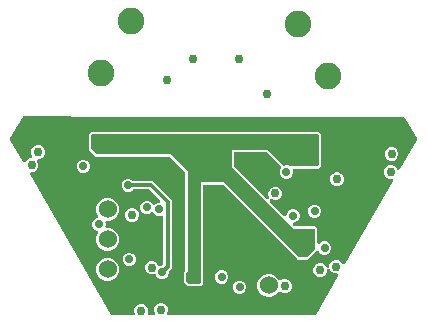
<source format=gbr>
G04 EAGLE Gerber RS-274X export*
G75*
%MOMM*%
%FSLAX34Y34*%
%LPD*%
%INCopper Layer 2*%
%IPPOS*%
%AMOC8*
5,1,8,0,0,1.08239X$1,22.5*%
G01*
%ADD10C,1.524000*%
%ADD11C,2.250000*%
%ADD12C,0.756400*%
%ADD13C,0.706400*%
%ADD14C,0.304800*%

G36*
X-64455Y-14D02*
X-64455Y-14D01*
X-64405Y-16D01*
X-64298Y6D01*
X-64189Y20D01*
X-64142Y38D01*
X-64094Y48D01*
X-63995Y96D01*
X-63893Y137D01*
X-63853Y166D01*
X-63808Y188D01*
X-63725Y259D01*
X-63636Y323D01*
X-63604Y362D01*
X-63566Y394D01*
X-63503Y484D01*
X-63433Y568D01*
X-63412Y613D01*
X-63383Y654D01*
X-63344Y757D01*
X-63297Y856D01*
X-63288Y905D01*
X-63270Y951D01*
X-63258Y1061D01*
X-63238Y1168D01*
X-63241Y1218D01*
X-63235Y1267D01*
X-63251Y1376D01*
X-63257Y1486D01*
X-63273Y1533D01*
X-63280Y1582D01*
X-63332Y1735D01*
X-63776Y2809D01*
X-63776Y5129D01*
X-62889Y7273D01*
X-61248Y8914D01*
X-59104Y9801D01*
X-56784Y9801D01*
X-54640Y8914D01*
X-52999Y7273D01*
X-52111Y5129D01*
X-52111Y2809D01*
X-52556Y1735D01*
X-52569Y1687D01*
X-52590Y1642D01*
X-52611Y1534D01*
X-52640Y1428D01*
X-52641Y1378D01*
X-52650Y1329D01*
X-52643Y1220D01*
X-52645Y1110D01*
X-52633Y1062D01*
X-52630Y1012D01*
X-52596Y908D01*
X-52571Y801D01*
X-52547Y757D01*
X-52532Y710D01*
X-52473Y617D01*
X-52422Y520D01*
X-52389Y483D01*
X-52362Y441D01*
X-52282Y366D01*
X-52208Y284D01*
X-52167Y257D01*
X-52130Y223D01*
X-52034Y170D01*
X-51942Y110D01*
X-51895Y93D01*
X-51852Y69D01*
X-51746Y42D01*
X-51642Y6D01*
X-51592Y2D01*
X-51544Y-10D01*
X-51383Y-20D01*
X-47507Y-20D01*
X-47457Y-14D01*
X-47408Y-16D01*
X-47300Y6D01*
X-47191Y20D01*
X-47145Y38D01*
X-47096Y48D01*
X-46998Y96D01*
X-46896Y137D01*
X-46855Y166D01*
X-46811Y188D01*
X-46727Y259D01*
X-46638Y323D01*
X-46606Y362D01*
X-46569Y394D01*
X-46506Y484D01*
X-46435Y568D01*
X-46414Y613D01*
X-46386Y654D01*
X-46347Y757D01*
X-46300Y856D01*
X-46291Y905D01*
X-46273Y951D01*
X-46261Y1061D01*
X-46240Y1168D01*
X-46243Y1218D01*
X-46238Y1267D01*
X-46253Y1376D01*
X-46260Y1486D01*
X-46275Y1533D01*
X-46282Y1582D01*
X-46334Y1735D01*
X-47108Y3602D01*
X-47108Y5923D01*
X-46220Y8066D01*
X-44579Y9707D01*
X-42435Y10595D01*
X-40115Y10595D01*
X-37971Y9707D01*
X-36330Y8066D01*
X-35442Y5923D01*
X-35442Y3602D01*
X-36216Y1735D01*
X-36229Y1687D01*
X-36250Y1642D01*
X-36271Y1534D01*
X-36300Y1428D01*
X-36301Y1378D01*
X-36310Y1329D01*
X-36303Y1220D01*
X-36305Y1110D01*
X-36293Y1062D01*
X-36290Y1012D01*
X-36256Y908D01*
X-36231Y801D01*
X-36207Y757D01*
X-36192Y710D01*
X-36133Y617D01*
X-36082Y520D01*
X-36049Y483D01*
X-36022Y441D01*
X-35942Y366D01*
X-35868Y284D01*
X-35827Y257D01*
X-35790Y223D01*
X-35694Y170D01*
X-35602Y110D01*
X-35555Y93D01*
X-35512Y69D01*
X-35406Y42D01*
X-35302Y6D01*
X-35252Y2D01*
X-35204Y-10D01*
X-35043Y-20D01*
X88606Y-20D01*
X88711Y-7D01*
X88817Y-3D01*
X88869Y13D01*
X88922Y20D01*
X89020Y58D01*
X89121Y89D01*
X89168Y117D01*
X89218Y137D01*
X89303Y199D01*
X89394Y253D01*
X89431Y292D01*
X89475Y323D01*
X89542Y405D01*
X89616Y480D01*
X89664Y552D01*
X89678Y568D01*
X89684Y582D01*
X89706Y614D01*
X108714Y33538D01*
X108765Y33661D01*
X108822Y33780D01*
X108827Y33807D01*
X108837Y33832D01*
X108856Y33963D01*
X108881Y34093D01*
X108880Y34119D01*
X108884Y34146D01*
X108870Y34278D01*
X108862Y34410D01*
X108853Y34436D01*
X108850Y34462D01*
X108804Y34587D01*
X108764Y34712D01*
X108749Y34735D01*
X108740Y34761D01*
X108664Y34869D01*
X108593Y34981D01*
X108574Y35000D01*
X108558Y35022D01*
X108458Y35108D01*
X108362Y35199D01*
X108338Y35212D01*
X108318Y35230D01*
X108199Y35289D01*
X108083Y35353D01*
X108057Y35359D01*
X108033Y35371D01*
X107903Y35399D01*
X107775Y35432D01*
X107737Y35434D01*
X107722Y35438D01*
X107700Y35437D01*
X107615Y35442D01*
X105996Y35442D01*
X103852Y36330D01*
X102212Y37971D01*
X101937Y38633D01*
X101903Y38694D01*
X101877Y38759D01*
X101824Y38832D01*
X101780Y38910D01*
X101731Y38960D01*
X101690Y39016D01*
X101621Y39074D01*
X101558Y39138D01*
X101499Y39175D01*
X101445Y39219D01*
X101364Y39257D01*
X101287Y39304D01*
X101220Y39325D01*
X101157Y39355D01*
X101069Y39372D01*
X100983Y39398D01*
X100913Y39401D01*
X100845Y39414D01*
X100755Y39409D01*
X100666Y39413D01*
X100597Y39399D01*
X100528Y39395D01*
X100442Y39367D01*
X100354Y39349D01*
X100291Y39318D01*
X100225Y39297D01*
X100149Y39249D01*
X100068Y39209D01*
X100015Y39164D01*
X99956Y39127D01*
X99895Y39061D01*
X99826Y39003D01*
X99786Y38946D01*
X99738Y38895D01*
X99695Y38816D01*
X99643Y38743D01*
X99619Y38677D01*
X99585Y38616D01*
X99563Y38530D01*
X99531Y38445D01*
X99523Y38376D01*
X99505Y38308D01*
X99495Y38148D01*
X99495Y36940D01*
X98607Y34796D01*
X96966Y33155D01*
X94823Y32267D01*
X92502Y32267D01*
X90359Y33155D01*
X88718Y34796D01*
X87830Y36940D01*
X87830Y39260D01*
X88718Y41404D01*
X90359Y43045D01*
X92502Y43933D01*
X94823Y43933D01*
X96966Y43045D01*
X98607Y41404D01*
X98882Y40742D01*
X98916Y40681D01*
X98942Y40616D01*
X98995Y40543D01*
X99039Y40465D01*
X99088Y40415D01*
X99129Y40359D01*
X99198Y40301D01*
X99260Y40237D01*
X99320Y40200D01*
X99374Y40156D01*
X99455Y40118D01*
X99532Y40071D01*
X99598Y40050D01*
X99661Y40020D01*
X99750Y40003D01*
X99835Y39977D01*
X99905Y39974D01*
X99974Y39961D01*
X100063Y39966D01*
X100153Y39962D01*
X100222Y39976D01*
X100291Y39980D01*
X100376Y40008D01*
X100465Y40026D01*
X100527Y40057D01*
X100594Y40078D01*
X100670Y40126D01*
X100750Y40166D01*
X100803Y40211D01*
X100862Y40248D01*
X100924Y40314D01*
X100992Y40372D01*
X101032Y40429D01*
X101080Y40480D01*
X101124Y40559D01*
X101175Y40632D01*
X101200Y40698D01*
X101234Y40759D01*
X101256Y40845D01*
X101288Y40930D01*
X101296Y40999D01*
X101313Y41067D01*
X101324Y41227D01*
X101324Y42435D01*
X102211Y44579D01*
X103852Y46220D01*
X105996Y47108D01*
X108316Y47108D01*
X110460Y46220D01*
X112101Y44579D01*
X112364Y43945D01*
X112392Y43895D01*
X112411Y43843D01*
X112470Y43758D01*
X112521Y43668D01*
X112561Y43628D01*
X112593Y43581D01*
X112671Y43514D01*
X112743Y43440D01*
X112791Y43410D01*
X112833Y43373D01*
X112926Y43327D01*
X113014Y43274D01*
X113068Y43257D01*
X113118Y43232D01*
X113219Y43210D01*
X113318Y43180D01*
X113374Y43177D01*
X113429Y43166D01*
X113532Y43170D01*
X113635Y43165D01*
X113691Y43176D01*
X113747Y43179D01*
X113846Y43208D01*
X113947Y43229D01*
X113997Y43254D01*
X114051Y43270D01*
X114140Y43324D01*
X114232Y43369D01*
X114275Y43405D01*
X114324Y43435D01*
X114396Y43508D01*
X114474Y43575D01*
X114507Y43621D01*
X114546Y43662D01*
X114636Y43796D01*
X154998Y113707D01*
X155049Y113830D01*
X155106Y113949D01*
X155111Y113975D01*
X155121Y114000D01*
X155141Y114132D01*
X155165Y114261D01*
X155164Y114288D01*
X155168Y114315D01*
X155154Y114447D01*
X155146Y114579D01*
X155137Y114604D01*
X155135Y114631D01*
X155088Y114756D01*
X155048Y114881D01*
X155033Y114904D01*
X155024Y114929D01*
X154948Y115038D01*
X154877Y115150D01*
X154858Y115168D01*
X154842Y115191D01*
X154742Y115277D01*
X154646Y115368D01*
X154622Y115381D01*
X154602Y115399D01*
X154483Y115457D01*
X154367Y115521D01*
X154341Y115528D01*
X154317Y115540D01*
X154187Y115568D01*
X154059Y115601D01*
X154021Y115603D01*
X154006Y115606D01*
X153984Y115606D01*
X153899Y115611D01*
X152034Y115611D01*
X149890Y116499D01*
X148249Y118140D01*
X147361Y120284D01*
X147361Y122604D01*
X148249Y124748D01*
X149890Y126389D01*
X152034Y127276D01*
X154354Y127276D01*
X156498Y126389D01*
X158138Y124748D01*
X158504Y123865D01*
X158516Y123845D01*
X158521Y123827D01*
X158537Y123801D01*
X158552Y123763D01*
X158611Y123678D01*
X158662Y123588D01*
X158701Y123548D01*
X158733Y123501D01*
X158811Y123434D01*
X158883Y123360D01*
X158931Y123330D01*
X158974Y123294D01*
X159066Y123248D01*
X159154Y123194D01*
X159208Y123177D01*
X159259Y123152D01*
X159360Y123130D01*
X159458Y123100D01*
X159514Y123097D01*
X159570Y123086D01*
X159673Y123090D01*
X159776Y123085D01*
X159831Y123096D01*
X159887Y123099D01*
X159986Y123128D01*
X160087Y123149D01*
X160138Y123174D01*
X160192Y123190D01*
X160280Y123244D01*
X160373Y123289D01*
X160416Y123325D01*
X160464Y123355D01*
X160534Y123425D01*
X160555Y123441D01*
X160564Y123452D01*
X160615Y123495D01*
X160647Y123541D01*
X160687Y123582D01*
X160751Y123677D01*
X160758Y123686D01*
X160761Y123693D01*
X160776Y123716D01*
X175137Y148590D01*
X175178Y148688D01*
X175227Y148781D01*
X175240Y148834D01*
X175260Y148884D01*
X175276Y148988D01*
X175300Y149091D01*
X175299Y149145D01*
X175307Y149198D01*
X175296Y149303D01*
X175294Y149409D01*
X175279Y149461D01*
X175274Y149514D01*
X175237Y149614D01*
X175209Y149715D01*
X175171Y149792D01*
X175163Y149813D01*
X175154Y149825D01*
X175137Y149860D01*
X165213Y167050D01*
X165153Y167128D01*
X165102Y167212D01*
X165057Y167254D01*
X165020Y167303D01*
X164943Y167364D01*
X164872Y167432D01*
X164819Y167463D01*
X164771Y167501D01*
X164681Y167541D01*
X164596Y167589D01*
X164537Y167605D01*
X164481Y167630D01*
X164384Y167646D01*
X164289Y167672D01*
X164187Y167680D01*
X164167Y167683D01*
X164155Y167682D01*
X164128Y167684D01*
X112471Y168280D01*
X112466Y168280D01*
X112456Y168280D01*
X-117796Y168280D01*
X-117822Y168310D01*
X-117833Y168329D01*
X-117838Y168333D01*
X-117866Y168377D01*
X-117932Y168438D01*
X-117990Y168506D01*
X-118047Y168546D01*
X-118098Y168594D01*
X-118177Y168637D01*
X-118251Y168688D01*
X-118316Y168713D01*
X-118378Y168746D01*
X-118465Y168768D01*
X-118549Y168800D01*
X-118618Y168807D01*
X-118686Y168824D01*
X-118847Y168833D01*
X-157205Y168661D01*
X-157307Y168648D01*
X-157410Y168644D01*
X-157464Y168627D01*
X-157521Y168620D01*
X-157616Y168582D01*
X-157715Y168552D01*
X-157763Y168523D01*
X-157816Y168502D01*
X-157899Y168441D01*
X-157987Y168388D01*
X-158027Y168347D01*
X-158072Y168313D01*
X-158137Y168234D01*
X-158210Y168161D01*
X-158261Y168084D01*
X-158274Y168068D01*
X-158280Y168055D01*
X-158299Y168027D01*
X-168787Y149860D01*
X-168828Y149762D01*
X-168877Y149669D01*
X-168889Y149616D01*
X-168910Y149566D01*
X-168926Y149462D01*
X-168950Y149359D01*
X-168949Y149305D01*
X-168957Y149252D01*
X-168946Y149147D01*
X-168944Y149041D01*
X-168929Y148989D01*
X-168924Y148936D01*
X-168887Y148836D01*
X-168859Y148735D01*
X-168821Y148658D01*
X-168813Y148637D01*
X-168804Y148625D01*
X-168787Y148590D01*
X-158077Y130039D01*
X-158043Y129994D01*
X-158016Y129944D01*
X-157947Y129868D01*
X-157885Y129786D01*
X-157841Y129751D01*
X-157803Y129709D01*
X-157716Y129652D01*
X-157636Y129588D01*
X-157584Y129565D01*
X-157537Y129534D01*
X-157439Y129501D01*
X-157345Y129459D01*
X-157289Y129450D01*
X-157236Y129431D01*
X-157133Y129423D01*
X-157032Y129406D01*
X-156975Y129411D01*
X-156919Y129406D01*
X-156817Y129424D01*
X-156715Y129432D01*
X-156661Y129451D01*
X-156606Y129460D01*
X-156512Y129503D01*
X-156414Y129537D01*
X-156367Y129568D01*
X-156316Y129591D01*
X-156235Y129656D01*
X-156149Y129713D01*
X-156111Y129754D01*
X-156067Y129790D01*
X-156005Y129872D01*
X-155936Y129949D01*
X-155910Y129999D01*
X-155876Y130044D01*
X-155805Y130188D01*
X-155757Y130304D01*
X-154116Y131945D01*
X-151973Y132833D01*
X-151282Y132833D01*
X-151233Y132839D01*
X-151183Y132837D01*
X-151076Y132859D01*
X-150967Y132873D01*
X-150920Y132891D01*
X-150872Y132901D01*
X-150773Y132949D01*
X-150671Y132990D01*
X-150631Y133019D01*
X-150586Y133041D01*
X-150503Y133112D01*
X-150414Y133176D01*
X-150382Y133215D01*
X-150344Y133247D01*
X-150281Y133337D01*
X-150211Y133421D01*
X-150190Y133466D01*
X-150161Y133507D01*
X-150122Y133610D01*
X-150075Y133709D01*
X-150066Y133758D01*
X-150048Y133804D01*
X-150036Y133914D01*
X-150015Y134021D01*
X-150019Y134071D01*
X-150013Y134120D01*
X-150028Y134229D01*
X-150035Y134339D01*
X-150051Y134386D01*
X-150057Y134435D01*
X-150110Y134588D01*
X-151089Y136952D01*
X-151089Y139273D01*
X-150201Y141416D01*
X-148560Y143057D01*
X-146416Y143945D01*
X-144096Y143945D01*
X-141952Y143057D01*
X-140311Y141416D01*
X-139424Y139273D01*
X-139424Y136952D01*
X-140311Y134809D01*
X-141952Y133168D01*
X-144096Y132280D01*
X-144787Y132280D01*
X-144836Y132274D01*
X-144886Y132276D01*
X-144993Y132254D01*
X-145102Y132240D01*
X-145148Y132222D01*
X-145197Y132212D01*
X-145296Y132163D01*
X-145398Y132123D01*
X-145438Y132094D01*
X-145483Y132072D01*
X-145566Y132001D01*
X-145655Y131936D01*
X-145687Y131898D01*
X-145725Y131866D01*
X-145788Y131776D01*
X-145858Y131691D01*
X-145879Y131646D01*
X-145908Y131605D01*
X-145947Y131503D01*
X-145994Y131403D01*
X-146003Y131355D01*
X-146020Y131308D01*
X-146033Y131199D01*
X-146053Y131091D01*
X-146050Y131042D01*
X-146056Y130992D01*
X-146040Y130883D01*
X-146034Y130774D01*
X-146018Y130726D01*
X-146011Y130677D01*
X-145959Y130525D01*
X-144980Y128160D01*
X-144980Y125840D01*
X-145868Y123696D01*
X-147509Y122055D01*
X-149652Y121167D01*
X-150756Y121167D01*
X-150888Y121151D01*
X-151020Y121140D01*
X-151045Y121131D01*
X-151072Y121127D01*
X-151195Y121079D01*
X-151320Y121035D01*
X-151343Y121020D01*
X-151368Y121010D01*
X-151475Y120933D01*
X-151585Y120859D01*
X-151603Y120839D01*
X-151625Y120824D01*
X-151710Y120722D01*
X-151798Y120623D01*
X-151811Y120599D01*
X-151828Y120579D01*
X-151884Y120459D01*
X-151946Y120342D01*
X-151952Y120315D01*
X-151963Y120291D01*
X-151988Y120161D01*
X-152019Y120032D01*
X-152018Y120005D01*
X-152023Y119979D01*
X-152015Y119846D01*
X-152012Y119714D01*
X-152005Y119688D01*
X-152003Y119661D01*
X-151963Y119535D01*
X-151927Y119408D01*
X-151910Y119373D01*
X-151905Y119359D01*
X-151894Y119340D01*
X-151856Y119263D01*
X-83356Y614D01*
X-83292Y530D01*
X-83235Y441D01*
X-83196Y404D01*
X-83163Y361D01*
X-83081Y295D01*
X-83004Y223D01*
X-82956Y197D01*
X-82914Y163D01*
X-82818Y120D01*
X-82725Y69D01*
X-82673Y56D01*
X-82624Y34D01*
X-82519Y16D01*
X-82417Y-10D01*
X-82332Y-16D01*
X-82310Y-19D01*
X-82295Y-18D01*
X-82256Y-20D01*
X-64504Y-20D01*
X-64455Y-14D01*
G37*
%LPC*%
G36*
X-18733Y24715D02*
X-18733Y24715D01*
X-22117Y28098D01*
X-22117Y36195D01*
X-20901Y37411D01*
X-20840Y37489D01*
X-20772Y37561D01*
X-20743Y37614D01*
X-20706Y37662D01*
X-20667Y37753D01*
X-20619Y37840D01*
X-20604Y37898D01*
X-20580Y37954D01*
X-20564Y38052D01*
X-20539Y38148D01*
X-20533Y38248D01*
X-20530Y38268D01*
X-20531Y38281D01*
X-20529Y38309D01*
X-20529Y120441D01*
X-20542Y120540D01*
X-20545Y120639D01*
X-20561Y120697D01*
X-20569Y120757D01*
X-20606Y120849D01*
X-20633Y120944D01*
X-20664Y120996D01*
X-20686Y121053D01*
X-20744Y121133D01*
X-20795Y121218D01*
X-20861Y121294D01*
X-20873Y121310D01*
X-20882Y121318D01*
X-20901Y121339D01*
X-33442Y133880D01*
X-33521Y133941D01*
X-33593Y134009D01*
X-33646Y134038D01*
X-33694Y134075D01*
X-33785Y134115D01*
X-33871Y134162D01*
X-33930Y134177D01*
X-33985Y134202D01*
X-34083Y134217D01*
X-34179Y134242D01*
X-34279Y134248D01*
X-34300Y134251D01*
X-34312Y134250D01*
X-34340Y134252D01*
X-96520Y134252D01*
X-102285Y140017D01*
X-102285Y153670D01*
X-100489Y155467D01*
X92552Y155467D01*
X94348Y153670D01*
X94348Y126523D01*
X93926Y126101D01*
X91758Y123933D01*
X71782Y123933D01*
X71731Y123927D01*
X71680Y123929D01*
X71574Y123907D01*
X71467Y123893D01*
X71419Y123874D01*
X71368Y123864D01*
X71271Y123816D01*
X71171Y123776D01*
X71129Y123746D01*
X71083Y123723D01*
X71001Y123653D01*
X70914Y123590D01*
X70881Y123550D01*
X70842Y123516D01*
X70780Y123428D01*
X70711Y123345D01*
X70689Y123298D01*
X70659Y123256D01*
X70621Y123154D01*
X70575Y123057D01*
X70566Y123006D01*
X70548Y122958D01*
X70536Y122850D01*
X70533Y122836D01*
X70528Y122814D01*
X70527Y122803D01*
X70516Y122745D01*
X70519Y122693D01*
X70513Y122642D01*
X70517Y122613D01*
X70517Y120180D01*
X69667Y118128D01*
X68097Y116558D01*
X66045Y115708D01*
X63824Y115708D01*
X61772Y116558D01*
X60202Y118128D01*
X59352Y120180D01*
X59352Y122401D01*
X60238Y124542D01*
X60253Y124560D01*
X60300Y124670D01*
X60355Y124776D01*
X60363Y124815D01*
X60379Y124852D01*
X60398Y124970D01*
X60424Y125087D01*
X60423Y125127D01*
X60429Y125166D01*
X60418Y125285D01*
X60415Y125404D01*
X60403Y125443D01*
X60400Y125483D01*
X60359Y125596D01*
X60326Y125710D01*
X60306Y125744D01*
X60292Y125782D01*
X60225Y125881D01*
X60165Y125984D01*
X60125Y126029D01*
X60114Y126046D01*
X60098Y126059D01*
X60058Y126105D01*
X48314Y137849D01*
X48236Y137910D01*
X48164Y137978D01*
X48111Y138007D01*
X48063Y138044D01*
X47972Y138083D01*
X47885Y138131D01*
X47827Y138146D01*
X47771Y138170D01*
X47673Y138186D01*
X47577Y138211D01*
X47477Y138217D01*
X47457Y138220D01*
X47444Y138219D01*
X47416Y138221D01*
X21798Y138221D01*
X21680Y138206D01*
X21562Y138198D01*
X21523Y138186D01*
X21483Y138181D01*
X21372Y138137D01*
X21259Y138100D01*
X21225Y138079D01*
X21187Y138064D01*
X21091Y137994D01*
X20990Y137930D01*
X20963Y137901D01*
X20930Y137877D01*
X20854Y137785D01*
X20772Y137699D01*
X20753Y137663D01*
X20727Y137632D01*
X20676Y137524D01*
X20619Y137420D01*
X20609Y137381D01*
X20592Y137344D01*
X20569Y137228D01*
X20539Y137112D01*
X20536Y137052D01*
X20532Y137032D01*
X20533Y137012D01*
X20529Y136952D01*
X20529Y127209D01*
X20542Y127110D01*
X20545Y127011D01*
X20561Y126953D01*
X20569Y126893D01*
X20606Y126801D01*
X20633Y126706D01*
X20664Y126654D01*
X20686Y126597D01*
X20744Y126517D01*
X20795Y126432D01*
X20861Y126356D01*
X20873Y126340D01*
X20882Y126332D01*
X20901Y126311D01*
X48432Y98780D01*
X48487Y98738D01*
X48535Y98687D01*
X48612Y98641D01*
X48683Y98585D01*
X48747Y98558D01*
X48806Y98521D01*
X48892Y98495D01*
X48975Y98459D01*
X49044Y98448D01*
X49110Y98428D01*
X49200Y98423D01*
X49289Y98409D01*
X49358Y98416D01*
X49428Y98413D01*
X49516Y98431D01*
X49605Y98439D01*
X49671Y98463D01*
X49739Y98477D01*
X49820Y98516D01*
X49905Y98547D01*
X49962Y98586D01*
X50025Y98617D01*
X50094Y98675D01*
X50168Y98725D01*
X50214Y98778D01*
X50267Y98823D01*
X50319Y98896D01*
X50378Y98964D01*
X50410Y99026D01*
X50450Y99083D01*
X50482Y99167D01*
X50523Y99247D01*
X50538Y99315D01*
X50563Y99380D01*
X50573Y99470D01*
X50593Y99557D01*
X50590Y99627D01*
X50598Y99696D01*
X50586Y99785D01*
X50583Y99875D01*
X50564Y99942D01*
X50554Y100011D01*
X50502Y100164D01*
X49730Y102027D01*
X49730Y104348D01*
X50618Y106491D01*
X52259Y108132D01*
X54402Y109020D01*
X56723Y109020D01*
X58866Y108132D01*
X60507Y106491D01*
X61395Y104348D01*
X61395Y102027D01*
X60507Y99884D01*
X58866Y98243D01*
X56723Y97355D01*
X54402Y97355D01*
X52539Y98127D01*
X52471Y98145D01*
X52407Y98173D01*
X52318Y98187D01*
X52232Y98211D01*
X52162Y98212D01*
X52093Y98223D01*
X52004Y98214D01*
X51914Y98216D01*
X51846Y98199D01*
X51777Y98193D01*
X51692Y98163D01*
X51605Y98142D01*
X51543Y98109D01*
X51477Y98085D01*
X51403Y98035D01*
X51324Y97993D01*
X51272Y97946D01*
X51214Y97907D01*
X51155Y97839D01*
X51088Y97779D01*
X51050Y97721D01*
X51004Y97668D01*
X50963Y97588D01*
X50913Y97513D01*
X50891Y97447D01*
X50859Y97385D01*
X50839Y97297D01*
X50810Y97212D01*
X50805Y97143D01*
X50789Y97075D01*
X50792Y96985D01*
X50785Y96895D01*
X50797Y96827D01*
X50799Y96757D01*
X50824Y96671D01*
X50839Y96582D01*
X50868Y96518D01*
X50887Y96451D01*
X50933Y96374D01*
X50970Y96292D01*
X51013Y96238D01*
X51049Y96177D01*
X51155Y96057D01*
X62894Y84318D01*
X63004Y84232D01*
X63111Y84144D01*
X63130Y84135D01*
X63146Y84123D01*
X63274Y84067D01*
X63399Y84008D01*
X63419Y84005D01*
X63437Y83996D01*
X63575Y83975D01*
X63711Y83949D01*
X63731Y83950D01*
X63751Y83947D01*
X63891Y83960D01*
X64029Y83968D01*
X64048Y83975D01*
X64068Y83976D01*
X64199Y84024D01*
X64331Y84066D01*
X64348Y84077D01*
X64367Y84084D01*
X64482Y84162D01*
X64600Y84236D01*
X64614Y84251D01*
X64631Y84263D01*
X64722Y84367D01*
X64818Y84468D01*
X64828Y84486D01*
X64841Y84501D01*
X64904Y84625D01*
X64971Y84747D01*
X64976Y84766D01*
X64986Y84784D01*
X65016Y84920D01*
X65051Y85055D01*
X65053Y85083D01*
X65055Y85095D01*
X65055Y85115D01*
X65061Y85215D01*
X65061Y85248D01*
X65911Y87300D01*
X67481Y88870D01*
X69533Y89720D01*
X71754Y89720D01*
X73806Y88870D01*
X75377Y87300D01*
X76226Y85248D01*
X76226Y83027D01*
X75377Y80975D01*
X73806Y79405D01*
X71754Y78555D01*
X71721Y78555D01*
X71583Y78537D01*
X71445Y78524D01*
X71426Y78517D01*
X71406Y78515D01*
X71276Y78464D01*
X71146Y78417D01*
X71129Y78405D01*
X71110Y78398D01*
X70998Y78316D01*
X70883Y78238D01*
X70869Y78223D01*
X70853Y78211D01*
X70764Y78104D01*
X70672Y78000D01*
X70663Y77982D01*
X70650Y77966D01*
X70591Y77840D01*
X70528Y77716D01*
X70523Y77697D01*
X70515Y77678D01*
X70488Y77542D01*
X70458Y77406D01*
X70459Y77386D01*
X70455Y77366D01*
X70463Y77228D01*
X70468Y77088D01*
X70473Y77069D01*
X70475Y77049D01*
X70517Y76917D01*
X70556Y76783D01*
X70566Y76765D01*
X70573Y76746D01*
X70647Y76629D01*
X70718Y76509D01*
X70736Y76488D01*
X70743Y76477D01*
X70758Y76463D01*
X70824Y76388D01*
X71542Y75670D01*
X71620Y75609D01*
X71693Y75541D01*
X71746Y75512D01*
X71794Y75475D01*
X71884Y75435D01*
X71971Y75388D01*
X72030Y75373D01*
X72085Y75348D01*
X72183Y75333D01*
X72279Y75308D01*
X72379Y75302D01*
X72400Y75299D01*
X72412Y75300D01*
X72440Y75298D01*
X89377Y75298D01*
X91173Y73502D01*
X91173Y61729D01*
X91190Y61591D01*
X91203Y61452D01*
X91210Y61433D01*
X91213Y61413D01*
X91264Y61284D01*
X91311Y61153D01*
X91322Y61136D01*
X91330Y61117D01*
X91411Y61005D01*
X91490Y60890D01*
X91505Y60876D01*
X91517Y60860D01*
X91624Y60771D01*
X91728Y60679D01*
X91746Y60670D01*
X91762Y60657D01*
X91887Y60598D01*
X92011Y60535D01*
X92031Y60530D01*
X92049Y60522D01*
X92186Y60496D01*
X92322Y60465D01*
X92342Y60466D01*
X92362Y60462D01*
X92500Y60470D01*
X92639Y60475D01*
X92659Y60480D01*
X92679Y60482D01*
X92811Y60524D01*
X92945Y60563D01*
X92962Y60573D01*
X92982Y60580D01*
X93099Y60654D01*
X93219Y60725D01*
X93240Y60743D01*
X93250Y60750D01*
X93264Y60765D01*
X93340Y60831D01*
X94168Y61659D01*
X96220Y62509D01*
X98441Y62509D01*
X100493Y61659D01*
X102063Y60089D01*
X102913Y58037D01*
X102913Y55816D01*
X102063Y53764D01*
X100493Y52194D01*
X98441Y51344D01*
X96220Y51344D01*
X94168Y52194D01*
X92598Y53764D01*
X92520Y53951D01*
X92496Y53994D01*
X92479Y54041D01*
X92417Y54132D01*
X92363Y54227D01*
X92328Y54263D01*
X92300Y54304D01*
X92218Y54377D01*
X92141Y54456D01*
X92099Y54482D01*
X92062Y54515D01*
X91964Y54565D01*
X91870Y54622D01*
X91823Y54637D01*
X91778Y54659D01*
X91671Y54683D01*
X91566Y54716D01*
X91517Y54718D01*
X91468Y54729D01*
X91358Y54726D01*
X91249Y54731D01*
X91200Y54721D01*
X91150Y54719D01*
X91045Y54689D01*
X90937Y54667D01*
X90892Y54645D01*
X90845Y54631D01*
X90750Y54575D01*
X90651Y54527D01*
X90614Y54495D01*
X90571Y54469D01*
X90450Y54363D01*
X85195Y49108D01*
X83027Y46940D01*
X74930Y46940D01*
X11801Y110068D01*
X11723Y110128D01*
X11651Y110196D01*
X11598Y110226D01*
X11550Y110263D01*
X11459Y110302D01*
X11373Y110350D01*
X11314Y110365D01*
X11258Y110389D01*
X11160Y110405D01*
X11065Y110429D01*
X10965Y110436D01*
X10944Y110439D01*
X10932Y110438D01*
X10904Y110440D01*
X-4395Y110440D01*
X-4513Y110425D01*
X-4632Y110417D01*
X-4671Y110405D01*
X-4711Y110400D01*
X-4822Y110356D01*
X-4935Y110319D01*
X-4969Y110298D01*
X-5006Y110283D01*
X-5103Y110213D01*
X-5203Y110149D01*
X-5231Y110120D01*
X-5264Y110096D01*
X-5340Y110004D01*
X-5421Y109917D01*
X-5441Y109882D01*
X-5467Y109851D01*
X-5517Y109743D01*
X-5575Y109639D01*
X-5585Y109600D01*
X-5602Y109563D01*
X-5625Y109446D01*
X-5654Y109331D01*
X-5658Y109271D01*
X-5662Y109251D01*
X-5661Y109230D01*
X-5661Y109218D01*
X-5662Y109216D01*
X-5662Y109213D01*
X-5665Y109170D01*
X-5665Y26511D01*
X-7461Y24715D01*
X-18733Y24715D01*
G37*
%LPD*%
G36*
X-8673Y26774D02*
X-8673Y26774D01*
X-8615Y26773D01*
X-8533Y26794D01*
X-8450Y26806D01*
X-8396Y26830D01*
X-8340Y26845D01*
X-8267Y26888D01*
X-8190Y26922D01*
X-8146Y26960D01*
X-8095Y26990D01*
X-8038Y27051D01*
X-7973Y27106D01*
X-7941Y27154D01*
X-7901Y27197D01*
X-7863Y27272D01*
X-7816Y27342D01*
X-7798Y27398D01*
X-7772Y27450D01*
X-7760Y27518D01*
X-7730Y27613D01*
X-7727Y27713D01*
X-7716Y27781D01*
X-7716Y112491D01*
X12280Y112491D01*
X75482Y49288D01*
X75552Y49236D01*
X75616Y49176D01*
X75665Y49151D01*
X75709Y49117D01*
X75791Y49086D01*
X75869Y49047D01*
X75917Y49039D01*
X75975Y49016D01*
X76123Y49004D01*
X76200Y48991D01*
X81756Y48991D01*
X81843Y49003D01*
X81930Y49006D01*
X81983Y49023D01*
X82038Y49031D01*
X82118Y49067D01*
X82201Y49094D01*
X82240Y49122D01*
X82297Y49147D01*
X82410Y49243D01*
X82474Y49288D01*
X88824Y55638D01*
X88877Y55708D01*
X88937Y55772D01*
X88962Y55821D01*
X88995Y55866D01*
X89026Y55947D01*
X89066Y56025D01*
X89074Y56073D01*
X89096Y56131D01*
X89109Y56279D01*
X89122Y56356D01*
X89122Y72231D01*
X89113Y72289D01*
X89115Y72348D01*
X89094Y72429D01*
X89082Y72513D01*
X89058Y72566D01*
X89043Y72623D01*
X89000Y72695D01*
X88965Y72772D01*
X88928Y72817D01*
X88898Y72867D01*
X88836Y72925D01*
X88782Y72989D01*
X88733Y73022D01*
X88690Y73062D01*
X88615Y73100D01*
X88545Y73147D01*
X88489Y73164D01*
X88437Y73191D01*
X88369Y73202D01*
X88274Y73233D01*
X88174Y73235D01*
X88106Y73247D01*
X71064Y73247D01*
X18478Y125833D01*
X18478Y140272D01*
X48792Y140272D01*
X62189Y126875D01*
X62191Y126874D01*
X62192Y126873D01*
X62304Y126788D01*
X62417Y126704D01*
X62418Y126703D01*
X62419Y126702D01*
X62553Y126652D01*
X62682Y126603D01*
X62684Y126603D01*
X62685Y126602D01*
X62830Y126590D01*
X62966Y126579D01*
X62967Y126579D01*
X62969Y126579D01*
X62984Y126583D01*
X63244Y126635D01*
X63271Y126649D01*
X63296Y126655D01*
X63824Y126874D01*
X66045Y126874D01*
X68004Y126062D01*
X68034Y126054D01*
X68062Y126040D01*
X68139Y126027D01*
X68279Y125991D01*
X68344Y125993D01*
X68393Y125985D01*
X90488Y125985D01*
X90574Y125997D01*
X90662Y126000D01*
X90714Y126017D01*
X90769Y126025D01*
X90849Y126060D01*
X90932Y126087D01*
X90971Y126115D01*
X91028Y126141D01*
X91142Y126237D01*
X91205Y126282D01*
X91999Y127076D01*
X92052Y127146D01*
X92112Y127210D01*
X92137Y127259D01*
X92170Y127303D01*
X92201Y127385D01*
X92241Y127463D01*
X92249Y127510D01*
X92271Y127569D01*
X92284Y127716D01*
X92297Y127794D01*
X92297Y152400D01*
X92289Y152455D01*
X92290Y152498D01*
X92289Y152499D01*
X92290Y152516D01*
X92269Y152598D01*
X92257Y152682D01*
X92233Y152735D01*
X92218Y152791D01*
X92175Y152864D01*
X92140Y152941D01*
X92103Y152986D01*
X92073Y153036D01*
X92011Y153094D01*
X91957Y153158D01*
X91908Y153190D01*
X91865Y153230D01*
X91790Y153269D01*
X91720Y153316D01*
X91664Y153333D01*
X91612Y153360D01*
X91544Y153371D01*
X91449Y153401D01*
X91349Y153404D01*
X91281Y153415D01*
X-99219Y153415D01*
X-99277Y153407D01*
X-99335Y153409D01*
X-99417Y153387D01*
X-99500Y153375D01*
X-99554Y153352D01*
X-99610Y153337D01*
X-99683Y153294D01*
X-99760Y153259D01*
X-99804Y153221D01*
X-99855Y153192D01*
X-99912Y153130D01*
X-99977Y153076D01*
X-100009Y153027D01*
X-100049Y152984D01*
X-100088Y152909D01*
X-100134Y152839D01*
X-100152Y152783D01*
X-100179Y152731D01*
X-100190Y152663D01*
X-100220Y152568D01*
X-100223Y152468D01*
X-100234Y152400D01*
X-100234Y141288D01*
X-100222Y141201D01*
X-100219Y141113D01*
X-100202Y141061D01*
X-100194Y141006D01*
X-100158Y140926D01*
X-100132Y140843D01*
X-100104Y140804D01*
X-100078Y140747D01*
X-99982Y140633D01*
X-99937Y140570D01*
X-95968Y136601D01*
X-95898Y136548D01*
X-95834Y136488D01*
X-95785Y136463D01*
X-95741Y136430D01*
X-95659Y136399D01*
X-95581Y136359D01*
X-95534Y136351D01*
X-95475Y136329D01*
X-95327Y136316D01*
X-95250Y136304D01*
X-32964Y136304D01*
X-18478Y121817D01*
X-18478Y36933D01*
X-19768Y35643D01*
X-19820Y35573D01*
X-19880Y35509D01*
X-19906Y35460D01*
X-19939Y35416D01*
X-19970Y35334D01*
X-20010Y35256D01*
X-20018Y35209D01*
X-20040Y35150D01*
X-20047Y35071D01*
X-20051Y35056D01*
X-20053Y35000D01*
X-20065Y34925D01*
X-20065Y29369D01*
X-20053Y29282D01*
X-20050Y29195D01*
X-20033Y29142D01*
X-20025Y29087D01*
X-19990Y29007D01*
X-19963Y28924D01*
X-19935Y28885D01*
X-19909Y28828D01*
X-19813Y28715D01*
X-19768Y28651D01*
X-18180Y27063D01*
X-18111Y27011D01*
X-18047Y26951D01*
X-17997Y26926D01*
X-17953Y26892D01*
X-17872Y26861D01*
X-17794Y26822D01*
X-17746Y26814D01*
X-17688Y26791D01*
X-17540Y26779D01*
X-17463Y26766D01*
X-8731Y26766D01*
X-8673Y26774D01*
G37*
%LPC*%
G36*
X-41592Y30930D02*
X-41592Y30930D01*
X-43644Y31780D01*
X-45214Y33350D01*
X-45586Y34247D01*
X-45645Y34351D01*
X-45697Y34457D01*
X-45723Y34488D01*
X-45743Y34523D01*
X-45826Y34609D01*
X-45903Y34699D01*
X-45936Y34723D01*
X-45964Y34752D01*
X-46066Y34814D01*
X-46163Y34882D01*
X-46201Y34897D01*
X-46235Y34918D01*
X-46349Y34953D01*
X-46461Y34995D01*
X-46501Y35000D01*
X-46539Y35012D01*
X-46658Y35017D01*
X-46777Y35030D01*
X-46817Y35025D01*
X-46857Y35027D01*
X-46974Y35003D01*
X-47092Y34986D01*
X-47149Y34966D01*
X-47169Y34962D01*
X-47187Y34953D01*
X-47244Y34934D01*
X-48052Y34599D01*
X-50373Y34599D01*
X-52516Y35487D01*
X-54157Y37128D01*
X-55045Y39272D01*
X-55045Y41592D01*
X-54157Y43736D01*
X-52516Y45377D01*
X-50373Y46264D01*
X-48052Y46264D01*
X-45909Y45377D01*
X-44268Y43736D01*
X-43782Y42562D01*
X-43723Y42458D01*
X-43670Y42352D01*
X-43644Y42321D01*
X-43624Y42286D01*
X-43541Y42200D01*
X-43464Y42110D01*
X-43431Y42086D01*
X-43403Y42057D01*
X-43301Y41995D01*
X-43204Y41927D01*
X-43166Y41912D01*
X-43132Y41891D01*
X-43018Y41856D01*
X-42907Y41814D01*
X-42866Y41809D01*
X-42828Y41797D01*
X-42709Y41792D01*
X-42590Y41779D01*
X-42550Y41784D01*
X-42510Y41782D01*
X-42393Y41806D01*
X-42276Y41823D01*
X-42219Y41842D01*
X-42199Y41847D01*
X-42180Y41856D01*
X-42123Y41875D01*
X-41592Y42095D01*
X-40563Y42095D01*
X-40445Y42110D01*
X-40326Y42118D01*
X-40287Y42130D01*
X-40247Y42135D01*
X-40136Y42179D01*
X-40023Y42216D01*
X-39989Y42237D01*
X-39952Y42252D01*
X-39855Y42322D01*
X-39755Y42386D01*
X-39727Y42415D01*
X-39694Y42439D01*
X-39618Y42531D01*
X-39537Y42617D01*
X-39517Y42653D01*
X-39491Y42684D01*
X-39441Y42792D01*
X-39383Y42896D01*
X-39373Y42935D01*
X-39356Y42972D01*
X-39333Y43088D01*
X-39304Y43204D01*
X-39300Y43264D01*
X-39296Y43284D01*
X-39297Y43304D01*
X-39293Y43364D01*
X-39293Y83230D01*
X-39300Y83279D01*
X-39297Y83329D01*
X-39320Y83436D01*
X-39333Y83545D01*
X-39352Y83592D01*
X-39362Y83640D01*
X-39410Y83739D01*
X-39450Y83841D01*
X-39480Y83881D01*
X-39501Y83926D01*
X-39573Y84010D01*
X-39637Y84098D01*
X-39676Y84130D01*
X-39708Y84168D01*
X-39797Y84231D01*
X-39882Y84301D01*
X-39927Y84322D01*
X-39968Y84351D01*
X-40071Y84390D01*
X-40170Y84437D01*
X-40219Y84446D01*
X-40265Y84464D01*
X-40375Y84476D01*
X-40482Y84497D01*
X-40532Y84493D01*
X-40581Y84499D01*
X-40690Y84484D01*
X-40800Y84477D01*
X-40847Y84461D01*
X-40896Y84455D01*
X-41048Y84402D01*
X-41752Y84111D01*
X-43973Y84111D01*
X-46025Y84961D01*
X-47606Y86542D01*
X-47608Y86545D01*
X-47625Y86592D01*
X-47686Y86683D01*
X-47741Y86778D01*
X-47775Y86814D01*
X-47803Y86855D01*
X-47885Y86928D01*
X-47962Y87007D01*
X-48005Y87033D01*
X-48042Y87066D01*
X-48139Y87116D01*
X-48233Y87173D01*
X-48281Y87188D01*
X-48325Y87210D01*
X-48432Y87234D01*
X-48537Y87267D01*
X-48587Y87269D01*
X-48635Y87280D01*
X-48745Y87277D01*
X-48855Y87282D01*
X-48904Y87272D01*
X-48953Y87270D01*
X-49058Y87240D01*
X-49166Y87218D01*
X-49211Y87196D01*
X-49259Y87182D01*
X-49353Y87126D01*
X-49452Y87078D01*
X-49490Y87046D01*
X-49533Y87020D01*
X-49653Y86914D01*
X-50019Y86548D01*
X-52071Y85699D01*
X-54292Y85699D01*
X-56344Y86548D01*
X-57914Y88119D01*
X-58764Y90171D01*
X-58764Y92392D01*
X-57914Y94444D01*
X-56344Y96014D01*
X-54292Y96864D01*
X-52071Y96864D01*
X-50019Y96014D01*
X-48438Y94433D01*
X-48436Y94430D01*
X-48419Y94383D01*
X-48357Y94292D01*
X-48303Y94197D01*
X-48268Y94161D01*
X-48240Y94120D01*
X-48158Y94047D01*
X-48082Y93968D01*
X-48039Y93942D01*
X-48002Y93909D01*
X-47904Y93859D01*
X-47811Y93802D01*
X-47763Y93787D01*
X-47719Y93765D01*
X-47612Y93741D01*
X-47507Y93708D01*
X-47457Y93706D01*
X-47409Y93695D01*
X-47299Y93698D01*
X-47189Y93693D01*
X-47140Y93703D01*
X-47091Y93705D01*
X-46985Y93735D01*
X-46878Y93757D01*
X-46833Y93779D01*
X-46785Y93793D01*
X-46690Y93849D01*
X-46592Y93897D01*
X-46554Y93929D01*
X-46511Y93955D01*
X-46390Y94061D01*
X-46025Y94427D01*
X-43973Y95276D01*
X-43071Y95276D01*
X-42934Y95294D01*
X-42795Y95307D01*
X-42776Y95314D01*
X-42756Y95316D01*
X-42627Y95367D01*
X-42496Y95415D01*
X-42479Y95426D01*
X-42460Y95433D01*
X-42348Y95515D01*
X-42232Y95593D01*
X-42219Y95608D01*
X-42203Y95620D01*
X-42114Y95727D01*
X-42022Y95832D01*
X-42013Y95850D01*
X-42000Y95865D01*
X-41941Y95991D01*
X-41877Y96115D01*
X-41873Y96135D01*
X-41864Y96153D01*
X-41838Y96289D01*
X-41808Y96425D01*
X-41808Y96445D01*
X-41804Y96465D01*
X-41813Y96604D01*
X-41817Y96743D01*
X-41823Y96762D01*
X-41824Y96783D01*
X-41867Y96915D01*
X-41906Y97048D01*
X-41916Y97066D01*
X-41922Y97085D01*
X-41997Y97203D01*
X-42067Y97322D01*
X-42086Y97343D01*
X-42092Y97354D01*
X-42107Y97368D01*
X-42174Y97443D01*
X-50939Y106209D01*
X-51017Y106269D01*
X-51089Y106337D01*
X-51142Y106366D01*
X-51190Y106404D01*
X-51281Y106443D01*
X-51368Y106491D01*
X-51427Y106506D01*
X-51482Y106530D01*
X-51580Y106545D01*
X-51676Y106570D01*
X-51776Y106577D01*
X-51796Y106580D01*
X-51809Y106579D01*
X-51837Y106580D01*
X-64210Y106580D01*
X-64308Y106568D01*
X-64407Y106565D01*
X-64465Y106548D01*
X-64526Y106541D01*
X-64618Y106504D01*
X-64713Y106477D01*
X-64765Y106446D01*
X-64821Y106424D01*
X-64901Y106365D01*
X-64987Y106315D01*
X-65062Y106249D01*
X-65079Y106237D01*
X-65086Y106227D01*
X-65108Y106209D01*
X-65894Y105422D01*
X-67946Y104572D01*
X-70167Y104572D01*
X-72219Y105422D01*
X-73789Y106993D01*
X-74639Y109045D01*
X-74639Y111266D01*
X-73789Y113317D01*
X-72219Y114888D01*
X-70167Y115738D01*
X-67946Y115738D01*
X-65894Y114888D01*
X-65108Y114102D01*
X-65029Y114041D01*
X-64957Y113973D01*
X-64904Y113944D01*
X-64856Y113907D01*
X-64765Y113867D01*
X-64679Y113820D01*
X-64620Y113804D01*
X-64564Y113780D01*
X-64466Y113765D01*
X-64371Y113740D01*
X-64271Y113734D01*
X-64250Y113730D01*
X-64238Y113732D01*
X-64210Y113730D01*
X-48349Y113730D01*
X-32144Y97524D01*
X-32144Y39794D01*
X-34527Y37412D01*
X-34587Y37333D01*
X-34655Y37261D01*
X-34685Y37208D01*
X-34722Y37160D01*
X-34761Y37069D01*
X-34809Y36983D01*
X-34824Y36924D01*
X-34848Y36868D01*
X-34864Y36770D01*
X-34888Y36675D01*
X-34895Y36575D01*
X-34898Y36554D01*
X-34897Y36542D01*
X-34899Y36514D01*
X-34899Y35402D01*
X-35748Y33350D01*
X-37319Y31780D01*
X-39371Y30930D01*
X-41592Y30930D01*
G37*
%LPD*%
%LPC*%
G36*
X-88442Y54623D02*
X-88442Y54623D01*
X-91997Y56095D01*
X-94717Y58816D01*
X-96189Y62370D01*
X-96189Y66217D01*
X-94667Y69894D01*
X-94635Y70009D01*
X-94596Y70122D01*
X-94593Y70162D01*
X-94583Y70201D01*
X-94581Y70320D01*
X-94571Y70439D01*
X-94578Y70478D01*
X-94578Y70519D01*
X-94605Y70635D01*
X-94626Y70752D01*
X-94642Y70789D01*
X-94652Y70828D01*
X-94707Y70934D01*
X-94756Y71042D01*
X-94781Y71073D01*
X-94800Y71109D01*
X-94880Y71197D01*
X-94955Y71290D01*
X-94987Y71315D01*
X-95014Y71345D01*
X-95114Y71410D01*
X-95209Y71482D01*
X-95263Y71508D01*
X-95280Y71519D01*
X-95299Y71526D01*
X-95353Y71552D01*
X-96897Y72192D01*
X-98467Y73762D01*
X-99317Y75814D01*
X-99317Y78035D01*
X-98467Y80087D01*
X-96897Y81657D01*
X-95301Y82318D01*
X-95257Y82343D01*
X-95209Y82361D01*
X-95119Y82422D01*
X-95025Y82476D01*
X-94988Y82511D01*
X-94946Y82540D01*
X-94875Y82621D01*
X-94797Y82697D01*
X-94770Y82741D01*
X-94736Y82779D01*
X-94687Y82876D01*
X-94631Y82968D01*
X-94615Y83017D01*
X-94592Y83063D01*
X-94569Y83168D01*
X-94537Y83272D01*
X-94534Y83323D01*
X-94523Y83373D01*
X-94527Y83482D01*
X-94526Y83496D01*
X-94524Y83515D01*
X-94525Y83522D01*
X-94522Y83590D01*
X-94532Y83640D01*
X-94534Y83691D01*
X-94563Y83791D01*
X-94569Y83830D01*
X-94576Y83851D01*
X-94586Y83901D01*
X-94608Y83947D01*
X-94609Y83948D01*
X-94623Y83996D01*
X-94634Y84015D01*
X-96189Y87770D01*
X-96189Y91617D01*
X-94717Y95172D01*
X-91997Y97892D01*
X-88442Y99364D01*
X-84595Y99364D01*
X-81041Y97892D01*
X-78320Y95172D01*
X-76848Y91617D01*
X-76848Y87770D01*
X-78320Y84216D01*
X-81041Y81495D01*
X-84595Y80023D01*
X-87075Y80023D01*
X-87125Y80017D01*
X-87174Y80019D01*
X-87282Y79997D01*
X-87391Y79983D01*
X-87437Y79965D01*
X-87486Y79955D01*
X-87585Y79907D01*
X-87687Y79866D01*
X-87727Y79837D01*
X-87772Y79815D01*
X-87855Y79744D01*
X-87944Y79679D01*
X-87976Y79641D01*
X-88014Y79609D01*
X-88077Y79519D01*
X-88147Y79434D01*
X-88168Y79389D01*
X-88197Y79349D01*
X-88236Y79246D01*
X-88282Y79147D01*
X-88292Y79098D01*
X-88309Y79051D01*
X-88322Y78942D01*
X-88342Y78834D01*
X-88339Y78785D01*
X-88345Y78735D01*
X-88329Y78626D01*
X-88322Y78517D01*
X-88307Y78470D01*
X-88300Y78420D01*
X-88248Y78268D01*
X-88152Y78035D01*
X-88152Y75814D01*
X-88191Y75719D01*
X-88204Y75671D01*
X-88225Y75627D01*
X-88246Y75519D01*
X-88275Y75413D01*
X-88275Y75363D01*
X-88285Y75314D01*
X-88278Y75205D01*
X-88280Y75095D01*
X-88268Y75046D01*
X-88265Y74997D01*
X-88231Y74892D01*
X-88206Y74785D01*
X-88182Y74742D01*
X-88167Y74694D01*
X-88108Y74601D01*
X-88057Y74504D01*
X-88023Y74468D01*
X-87997Y74426D01*
X-87917Y74350D01*
X-87843Y74269D01*
X-87801Y74242D01*
X-87765Y74208D01*
X-87669Y74155D01*
X-87577Y74094D01*
X-87530Y74078D01*
X-87487Y74054D01*
X-87380Y74027D01*
X-87276Y73991D01*
X-87227Y73987D01*
X-87179Y73975D01*
X-87018Y73964D01*
X-84595Y73964D01*
X-81041Y72492D01*
X-78320Y69772D01*
X-76848Y66217D01*
X-76848Y62370D01*
X-78320Y58816D01*
X-81041Y56095D01*
X-84595Y54623D01*
X-88442Y54623D01*
G37*
%LPD*%
%LPC*%
G36*
X48083Y15729D02*
X48083Y15729D01*
X44528Y17202D01*
X41808Y19922D01*
X40336Y23476D01*
X40336Y27324D01*
X41808Y30878D01*
X44528Y33598D01*
X48083Y35071D01*
X51930Y35071D01*
X55484Y33598D01*
X58205Y30878D01*
X58480Y30214D01*
X58539Y30110D01*
X58591Y30004D01*
X58617Y29973D01*
X58637Y29938D01*
X58720Y29852D01*
X58797Y29762D01*
X58830Y29738D01*
X58859Y29709D01*
X58960Y29647D01*
X59057Y29578D01*
X59095Y29564D01*
X59130Y29543D01*
X59243Y29508D01*
X59355Y29466D01*
X59395Y29461D01*
X59434Y29449D01*
X59552Y29444D01*
X59671Y29431D01*
X59711Y29436D01*
X59751Y29434D01*
X59868Y29458D01*
X59986Y29475D01*
X60043Y29494D01*
X60063Y29499D01*
X60081Y29508D01*
X60138Y29527D01*
X62340Y30439D01*
X64660Y30439D01*
X66804Y29551D01*
X68445Y27910D01*
X69333Y25766D01*
X69333Y23446D01*
X68445Y21302D01*
X66804Y19661D01*
X64660Y18774D01*
X62340Y18774D01*
X60196Y19661D01*
X59968Y19890D01*
X59874Y19963D01*
X59784Y20042D01*
X59748Y20060D01*
X59716Y20085D01*
X59607Y20132D01*
X59501Y20186D01*
X59462Y20195D01*
X59425Y20211D01*
X59307Y20230D01*
X59191Y20256D01*
X59150Y20255D01*
X59110Y20261D01*
X58992Y20250D01*
X58873Y20246D01*
X58834Y20235D01*
X58794Y20231D01*
X58682Y20191D01*
X58567Y20158D01*
X58533Y20137D01*
X58495Y20124D01*
X58396Y20057D01*
X58293Y19996D01*
X58248Y19957D01*
X58231Y19945D01*
X58218Y19930D01*
X58173Y19890D01*
X55484Y17202D01*
X51930Y15729D01*
X48083Y15729D01*
G37*
%LPD*%
%LPC*%
G36*
X-88442Y29223D02*
X-88442Y29223D01*
X-91997Y30695D01*
X-94717Y33416D01*
X-96189Y36970D01*
X-96189Y40817D01*
X-94717Y44372D01*
X-91997Y47092D01*
X-88442Y48564D01*
X-84595Y48564D01*
X-81041Y47092D01*
X-78320Y44372D01*
X-76848Y40817D01*
X-76848Y36970D01*
X-78320Y33416D01*
X-81041Y30695D01*
X-84595Y29223D01*
X-88442Y29223D01*
G37*
%LPD*%
%LPC*%
G36*
X152827Y130692D02*
X152827Y130692D01*
X150684Y131580D01*
X149043Y133221D01*
X148155Y135365D01*
X148155Y137685D01*
X149043Y139829D01*
X150684Y141470D01*
X152827Y142358D01*
X155148Y142358D01*
X157291Y141470D01*
X158932Y139829D01*
X159820Y137685D01*
X159820Y135365D01*
X158932Y133221D01*
X157291Y131580D01*
X155148Y130692D01*
X152827Y130692D01*
G37*
%LPD*%
%LPC*%
G36*
X106790Y109261D02*
X106790Y109261D01*
X104646Y110149D01*
X103005Y111790D01*
X102117Y113934D01*
X102117Y116254D01*
X103005Y118398D01*
X104646Y120039D01*
X106790Y120926D01*
X109110Y120926D01*
X111254Y120039D01*
X112895Y118398D01*
X113783Y116254D01*
X113783Y113934D01*
X112895Y111790D01*
X111254Y110149D01*
X109110Y109261D01*
X106790Y109261D01*
G37*
%LPD*%
%LPC*%
G36*
X-67041Y79247D02*
X-67041Y79247D01*
X-69185Y80135D01*
X-70826Y81776D01*
X-71714Y83920D01*
X-71714Y86240D01*
X-70826Y88384D01*
X-69185Y90025D01*
X-67041Y90913D01*
X-64721Y90913D01*
X-62577Y90025D01*
X-60936Y88384D01*
X-60049Y86240D01*
X-60049Y83920D01*
X-60936Y81776D01*
X-62577Y80135D01*
X-64721Y79247D01*
X-67041Y79247D01*
G37*
%LPD*%
%LPC*%
G36*
X-108267Y120624D02*
X-108267Y120624D01*
X-110319Y121473D01*
X-111889Y123044D01*
X-112739Y125096D01*
X-112739Y127317D01*
X-111889Y129369D01*
X-110319Y130939D01*
X-108267Y131789D01*
X-106046Y131789D01*
X-103994Y130939D01*
X-102423Y129369D01*
X-101574Y127317D01*
X-101574Y125096D01*
X-102423Y123044D01*
X-103994Y121473D01*
X-106046Y120624D01*
X-108267Y120624D01*
G37*
%LPD*%
%LPC*%
G36*
X87789Y82553D02*
X87789Y82553D01*
X85738Y83403D01*
X84167Y84973D01*
X83317Y87025D01*
X83317Y89246D01*
X84167Y91298D01*
X85738Y92868D01*
X87789Y93718D01*
X90011Y93718D01*
X92062Y92868D01*
X93633Y91298D01*
X94483Y89246D01*
X94483Y87025D01*
X93633Y84973D01*
X92062Y83403D01*
X90011Y82553D01*
X87789Y82553D01*
G37*
%LPD*%
%LPC*%
G36*
X-69373Y41892D02*
X-69373Y41892D01*
X-71425Y42741D01*
X-72995Y44312D01*
X-73845Y46364D01*
X-73845Y48585D01*
X-72995Y50637D01*
X-71425Y52207D01*
X-69373Y53057D01*
X-67152Y53057D01*
X-65100Y52207D01*
X-63530Y50637D01*
X-62680Y48585D01*
X-62680Y46364D01*
X-63530Y44312D01*
X-65100Y42741D01*
X-67152Y41892D01*
X-69373Y41892D01*
G37*
%LPD*%
%LPC*%
G36*
X9112Y26898D02*
X9112Y26898D01*
X7061Y27748D01*
X5490Y29318D01*
X4640Y31370D01*
X4640Y33591D01*
X5490Y35643D01*
X7061Y37213D01*
X9112Y38063D01*
X11334Y38063D01*
X13385Y37213D01*
X14956Y35643D01*
X15806Y33591D01*
X15806Y31370D01*
X14956Y29318D01*
X13385Y27748D01*
X11334Y26898D01*
X9112Y26898D01*
G37*
%LPD*%
%LPC*%
G36*
X24289Y18230D02*
X24289Y18230D01*
X22238Y19080D01*
X20667Y20650D01*
X19817Y22702D01*
X19817Y24923D01*
X20667Y26975D01*
X22238Y28545D01*
X24289Y29395D01*
X26511Y29395D01*
X28562Y28545D01*
X30133Y26975D01*
X30983Y24923D01*
X30983Y22702D01*
X30133Y20650D01*
X28562Y19080D01*
X26511Y18230D01*
X24289Y18230D01*
G37*
%LPD*%
D10*
X-86519Y89694D03*
X-86519Y64294D03*
X-86519Y38894D03*
X50006Y25400D03*
D11*
X-91826Y205093D03*
X-66426Y249087D03*
X74350Y246657D03*
X99750Y202663D03*
D12*
X-115888Y113506D03*
X-130175Y139700D03*
X-73025Y31750D03*
X-103188Y48419D03*
X101600Y30163D03*
X97631Y23813D03*
X142081Y161131D03*
X134938Y150019D03*
X-63500Y61119D03*
X61913Y44450D03*
D13*
X12700Y84931D03*
D12*
X-150813Y127000D03*
X-145256Y138113D03*
X-57944Y3969D03*
X-41275Y4763D03*
X93663Y38100D03*
X153988Y136525D03*
X153194Y121444D03*
X63500Y24606D03*
X-65881Y85080D03*
X107156Y41275D03*
D13*
X10223Y32481D03*
X-40481Y36513D03*
X-69056Y110155D03*
D14*
X-49830Y110155D01*
X-35719Y96044D01*
X-35719Y41275D01*
X-40481Y36513D01*
D13*
X-107156Y126206D03*
X97330Y56927D03*
X-42863Y89694D03*
X-93734Y76924D03*
X-68263Y47474D03*
D12*
X24606Y216694D03*
X48419Y187325D03*
X-14288Y216694D03*
X-36513Y199231D03*
D13*
X88900Y88136D03*
X-53181Y91281D03*
X70644Y84138D03*
X64935Y121291D03*
D12*
X107950Y115094D03*
X-49213Y40432D03*
X55563Y103188D03*
D13*
X85282Y67026D03*
X74613Y131420D03*
X-72231Y144120D03*
X84931Y147295D03*
X-2381Y148088D03*
X8731Y148088D03*
X79375Y53632D03*
X-14288Y32201D03*
X13494Y122688D03*
X-94456Y146501D03*
X-3969Y121895D03*
X25400Y23813D03*
M02*

</source>
